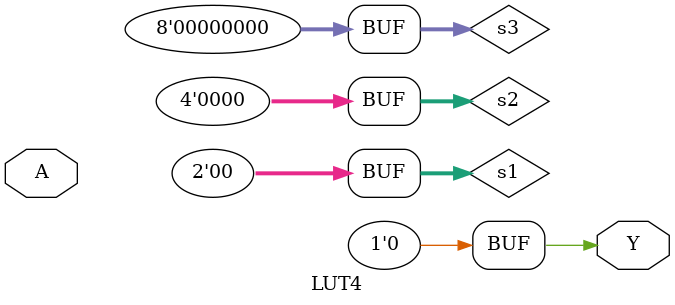
<source format=v>
`timescale 1ns/1ps
`celldefine

  
module LUT4 #(
  parameter [15:0] INIT_VALUE = 16'h0000 // 16-bit LUT logic value
) (
  input [3:0] A, // Data Input
  output Y // Data Output
);

  wire [ 7: 0] s3 = A[3] ? INIT_VALUE[15: 8] : INIT_VALUE[ 7: 0];
  wire [ 3: 0] s2 = A[2] ?   s3[ 7: 4] :   s3[ 3: 0];
  wire [ 1: 0] s1 = A[1] ?   s2[ 3: 2] :   s2[ 1: 0];

  assign Y = A[0] ? s1[1] : s1[0];


  `ifndef SYNTHESIS  
    `ifdef TIMED_SIM
      specparam T1 = 0.5;

        specify
          (A => Y) = (T1);
        endspecify
    `endif // `ifdef TIMED_SIM  
  `endif //  `ifndef SYNTHESIS
        
endmodule
`endcelldefine

</source>
